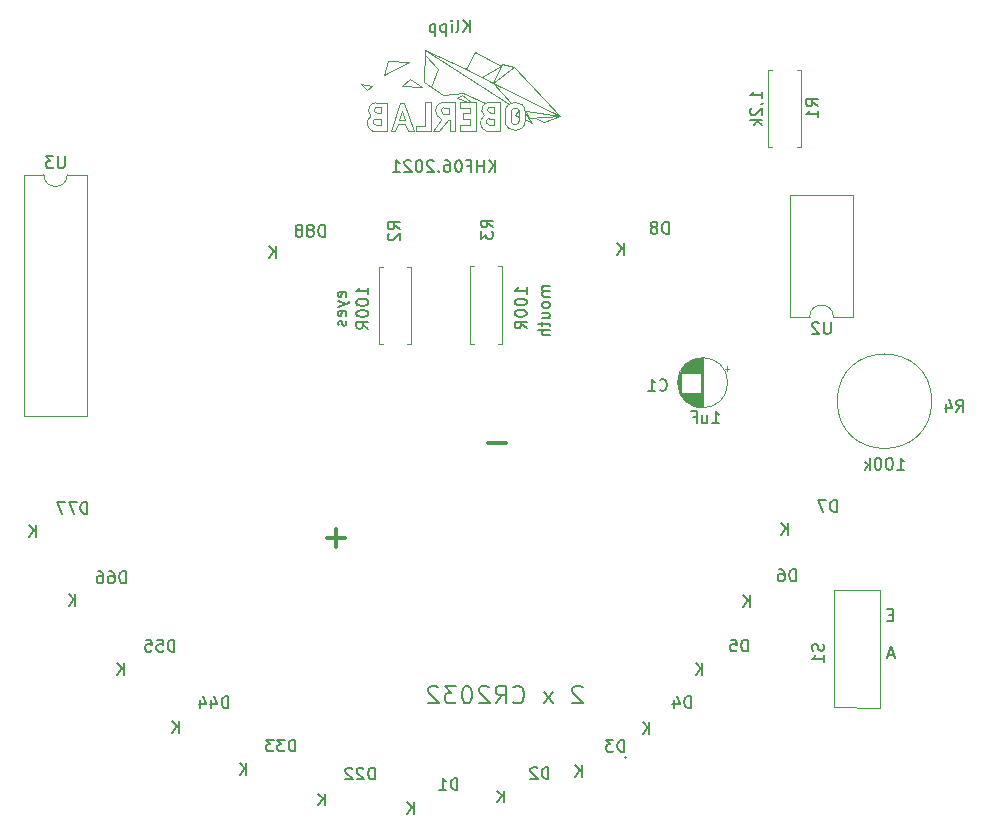
<source format=gbr>
%TF.GenerationSoftware,KiCad,Pcbnew,(5.1.9)-1*%
%TF.CreationDate,2021-05-28T20:42:47+02:00*%
%TF.ProjectId,Smiley2,536d696c-6579-4322-9e6b-696361645f70,rev?*%
%TF.SameCoordinates,Original*%
%TF.FileFunction,Legend,Bot*%
%TF.FilePolarity,Positive*%
%FSLAX46Y46*%
G04 Gerber Fmt 4.6, Leading zero omitted, Abs format (unit mm)*
G04 Created by KiCad (PCBNEW (5.1.9)-1) date 2021-05-28 20:42:47*
%MOMM*%
%LPD*%
G01*
G04 APERTURE LIST*
%ADD10C,0.150000*%
%ADD11C,0.300000*%
%ADD12C,0.200000*%
%ADD13C,0.120000*%
%ADD14C,0.050000*%
%ADD15C,0.010000*%
G04 APERTURE END LIST*
D10*
X149324961Y-78922690D02*
X149372580Y-78827452D01*
X149372580Y-78636976D01*
X149324961Y-78541738D01*
X149229723Y-78494119D01*
X148848771Y-78494119D01*
X148753533Y-78541738D01*
X148705914Y-78636976D01*
X148705914Y-78827452D01*
X148753533Y-78922690D01*
X148848771Y-78970309D01*
X148944009Y-78970309D01*
X149039247Y-78494119D01*
X148705914Y-79303642D02*
X149372580Y-79541738D01*
X148705914Y-79779833D02*
X149372580Y-79541738D01*
X149610676Y-79446500D01*
X149658295Y-79398880D01*
X149705914Y-79303642D01*
X149324961Y-80541738D02*
X149372580Y-80446500D01*
X149372580Y-80256023D01*
X149324961Y-80160785D01*
X149229723Y-80113166D01*
X148848771Y-80113166D01*
X148753533Y-80160785D01*
X148705914Y-80256023D01*
X148705914Y-80446500D01*
X148753533Y-80541738D01*
X148848771Y-80589357D01*
X148944009Y-80589357D01*
X149039247Y-80113166D01*
X149324961Y-80970309D02*
X149372580Y-81065547D01*
X149372580Y-81256023D01*
X149324961Y-81351261D01*
X149229723Y-81398880D01*
X149182104Y-81398880D01*
X149086866Y-81351261D01*
X149039247Y-81256023D01*
X149039247Y-81113166D01*
X148991628Y-81017928D01*
X148896390Y-80970309D01*
X148848771Y-80970309D01*
X148753533Y-81017928D01*
X148705914Y-81113166D01*
X148705914Y-81256023D01*
X148753533Y-81351261D01*
X166631880Y-78052871D02*
X165965214Y-78052871D01*
X166060452Y-78052871D02*
X166012833Y-78100490D01*
X165965214Y-78195728D01*
X165965214Y-78338585D01*
X166012833Y-78433823D01*
X166108071Y-78481442D01*
X166631880Y-78481442D01*
X166108071Y-78481442D02*
X166012833Y-78529061D01*
X165965214Y-78624300D01*
X165965214Y-78767157D01*
X166012833Y-78862395D01*
X166108071Y-78910014D01*
X166631880Y-78910014D01*
X166631880Y-79529061D02*
X166584261Y-79433823D01*
X166536642Y-79386204D01*
X166441404Y-79338585D01*
X166155690Y-79338585D01*
X166060452Y-79386204D01*
X166012833Y-79433823D01*
X165965214Y-79529061D01*
X165965214Y-79671919D01*
X166012833Y-79767157D01*
X166060452Y-79814776D01*
X166155690Y-79862395D01*
X166441404Y-79862395D01*
X166536642Y-79814776D01*
X166584261Y-79767157D01*
X166631880Y-79671919D01*
X166631880Y-79529061D01*
X165965214Y-80719538D02*
X166631880Y-80719538D01*
X165965214Y-80290966D02*
X166489023Y-80290966D01*
X166584261Y-80338585D01*
X166631880Y-80433823D01*
X166631880Y-80576680D01*
X166584261Y-80671919D01*
X166536642Y-80719538D01*
X165965214Y-81052871D02*
X165965214Y-81433823D01*
X165631880Y-81195728D02*
X166489023Y-81195728D01*
X166584261Y-81243347D01*
X166631880Y-81338585D01*
X166631880Y-81433823D01*
X166631880Y-81767157D02*
X165631880Y-81767157D01*
X166631880Y-82195728D02*
X166108071Y-82195728D01*
X166012833Y-82148109D01*
X165965214Y-82052871D01*
X165965214Y-81910014D01*
X166012833Y-81814776D01*
X166060452Y-81767157D01*
X195679985Y-105859271D02*
X195346652Y-105859271D01*
X195203795Y-106383080D02*
X195679985Y-106383080D01*
X195679985Y-105383080D01*
X195203795Y-105383080D01*
X195291104Y-109246966D02*
X195767295Y-109246966D01*
X195195866Y-109532680D02*
X195529200Y-108532680D01*
X195862533Y-109532680D01*
X201042566Y-88653880D02*
X201375900Y-88177690D01*
X201613995Y-88653880D02*
X201613995Y-87653880D01*
X201233042Y-87653880D01*
X201137804Y-87701500D01*
X201090185Y-87749119D01*
X201042566Y-87844357D01*
X201042566Y-87987214D01*
X201090185Y-88082452D01*
X201137804Y-88130071D01*
X201233042Y-88177690D01*
X201613995Y-88177690D01*
X200185423Y-87987214D02*
X200185423Y-88653880D01*
X200423519Y-87606261D02*
X200661614Y-88320547D01*
X200042566Y-88320547D01*
D11*
X162915504Y-91354257D02*
X161391695Y-91354257D01*
X149250304Y-99342557D02*
X147726495Y-99342557D01*
X148488400Y-100104461D02*
X148488400Y-98580652D01*
D12*
X169387814Y-112008528D02*
X169316385Y-111937100D01*
X169173528Y-111865671D01*
X168816385Y-111865671D01*
X168673528Y-111937100D01*
X168602100Y-112008528D01*
X168530671Y-112151385D01*
X168530671Y-112294242D01*
X168602100Y-112508528D01*
X169459242Y-113365671D01*
X168530671Y-113365671D01*
X166887814Y-113365671D02*
X166102100Y-112365671D01*
X166887814Y-112365671D02*
X166102100Y-113365671D01*
X163530671Y-113222814D02*
X163602100Y-113294242D01*
X163816385Y-113365671D01*
X163959242Y-113365671D01*
X164173528Y-113294242D01*
X164316385Y-113151385D01*
X164387814Y-113008528D01*
X164459242Y-112722814D01*
X164459242Y-112508528D01*
X164387814Y-112222814D01*
X164316385Y-112079957D01*
X164173528Y-111937100D01*
X163959242Y-111865671D01*
X163816385Y-111865671D01*
X163602100Y-111937100D01*
X163530671Y-112008528D01*
X162030671Y-113365671D02*
X162530671Y-112651385D01*
X162887814Y-113365671D02*
X162887814Y-111865671D01*
X162316385Y-111865671D01*
X162173528Y-111937100D01*
X162102100Y-112008528D01*
X162030671Y-112151385D01*
X162030671Y-112365671D01*
X162102100Y-112508528D01*
X162173528Y-112579957D01*
X162316385Y-112651385D01*
X162887814Y-112651385D01*
X161459242Y-112008528D02*
X161387814Y-111937100D01*
X161244957Y-111865671D01*
X160887814Y-111865671D01*
X160744957Y-111937100D01*
X160673528Y-112008528D01*
X160602100Y-112151385D01*
X160602100Y-112294242D01*
X160673528Y-112508528D01*
X161530671Y-113365671D01*
X160602100Y-113365671D01*
X159673528Y-111865671D02*
X159530671Y-111865671D01*
X159387814Y-111937100D01*
X159316385Y-112008528D01*
X159244957Y-112151385D01*
X159173528Y-112437100D01*
X159173528Y-112794242D01*
X159244957Y-113079957D01*
X159316385Y-113222814D01*
X159387814Y-113294242D01*
X159530671Y-113365671D01*
X159673528Y-113365671D01*
X159816385Y-113294242D01*
X159887814Y-113222814D01*
X159959242Y-113079957D01*
X160030671Y-112794242D01*
X160030671Y-112437100D01*
X159959242Y-112151385D01*
X159887814Y-112008528D01*
X159816385Y-111937100D01*
X159673528Y-111865671D01*
X158673528Y-111865671D02*
X157744957Y-111865671D01*
X158244957Y-112437100D01*
X158030671Y-112437100D01*
X157887814Y-112508528D01*
X157816385Y-112579957D01*
X157744957Y-112722814D01*
X157744957Y-113079957D01*
X157816385Y-113222814D01*
X157887814Y-113294242D01*
X158030671Y-113365671D01*
X158459242Y-113365671D01*
X158602100Y-113294242D01*
X158673528Y-113222814D01*
X157173528Y-112008528D02*
X157102100Y-111937100D01*
X156959242Y-111865671D01*
X156602100Y-111865671D01*
X156459242Y-111937100D01*
X156387814Y-112008528D01*
X156316385Y-112151385D01*
X156316385Y-112294242D01*
X156387814Y-112508528D01*
X157244957Y-113365671D01*
X156316385Y-113365671D01*
D10*
X172880504Y-75381480D02*
X172880504Y-74381480D01*
X172309076Y-75381480D02*
X172737647Y-74810052D01*
X172309076Y-74381480D02*
X172880504Y-74952909D01*
X143416304Y-75631480D02*
X143416304Y-74631480D01*
X142844876Y-75631480D02*
X143273447Y-75060052D01*
X142844876Y-74631480D02*
X143416304Y-75202909D01*
X123130504Y-99241480D02*
X123130504Y-98241480D01*
X122559076Y-99241480D02*
X122987647Y-98670052D01*
X122559076Y-98241480D02*
X123130504Y-98812909D01*
X126440504Y-105121480D02*
X126440504Y-104121480D01*
X125869076Y-105121480D02*
X126297647Y-104550052D01*
X125869076Y-104121480D02*
X126440504Y-104692909D01*
X130530504Y-110971480D02*
X130530504Y-109971480D01*
X129959076Y-110971480D02*
X130387647Y-110400052D01*
X129959076Y-109971480D02*
X130530504Y-110542909D01*
X135220504Y-115881480D02*
X135220504Y-114881480D01*
X134649076Y-115881480D02*
X135077647Y-115310052D01*
X134649076Y-114881480D02*
X135220504Y-115452909D01*
X140920504Y-119401480D02*
X140920504Y-118401480D01*
X140349076Y-119401480D02*
X140777647Y-118830052D01*
X140349076Y-118401480D02*
X140920504Y-118972909D01*
X147570504Y-121991480D02*
X147570504Y-120991480D01*
X146999076Y-121991480D02*
X147427647Y-121420052D01*
X146999076Y-120991480D02*
X147570504Y-121562909D01*
X155080504Y-122741480D02*
X155080504Y-121741480D01*
X154509076Y-122741480D02*
X154937647Y-122170052D01*
X154509076Y-121741480D02*
X155080504Y-122312909D01*
X162740504Y-121741480D02*
X162740504Y-120741480D01*
X162169076Y-121741480D02*
X162597647Y-121170052D01*
X162169076Y-120741480D02*
X162740504Y-121312909D01*
X169320504Y-119601480D02*
X169320504Y-118601480D01*
X168749076Y-119601480D02*
X169177647Y-119030052D01*
X168749076Y-118601480D02*
X169320504Y-119172909D01*
X175040504Y-115921480D02*
X175040504Y-114921480D01*
X174469076Y-115921480D02*
X174897647Y-115350052D01*
X174469076Y-114921480D02*
X175040504Y-115492909D01*
X179530504Y-110951480D02*
X179530504Y-109951480D01*
X178959076Y-110951480D02*
X179387647Y-110380052D01*
X178959076Y-109951480D02*
X179530504Y-110522909D01*
X183550504Y-105161480D02*
X183550504Y-104161480D01*
X182979076Y-105161480D02*
X183407647Y-104590052D01*
X182979076Y-104161480D02*
X183550504Y-104732909D01*
X186780504Y-99071480D02*
X186780504Y-98071480D01*
X186209076Y-99071480D02*
X186637647Y-98500052D01*
X186209076Y-98071480D02*
X186780504Y-98642909D01*
X162018123Y-68361480D02*
X162018123Y-67361480D01*
X161446695Y-68361480D02*
X161875266Y-67790052D01*
X161446695Y-67361480D02*
X162018123Y-67932909D01*
X161018123Y-68361480D02*
X161018123Y-67361480D01*
X161018123Y-67837671D02*
X160446695Y-67837671D01*
X160446695Y-68361480D02*
X160446695Y-67361480D01*
X159637171Y-67837671D02*
X159970504Y-67837671D01*
X159970504Y-68361480D02*
X159970504Y-67361480D01*
X159494314Y-67361480D01*
X158922885Y-67361480D02*
X158827647Y-67361480D01*
X158732409Y-67409100D01*
X158684790Y-67456719D01*
X158637171Y-67551957D01*
X158589552Y-67742433D01*
X158589552Y-67980528D01*
X158637171Y-68171004D01*
X158684790Y-68266242D01*
X158732409Y-68313861D01*
X158827647Y-68361480D01*
X158922885Y-68361480D01*
X159018123Y-68313861D01*
X159065742Y-68266242D01*
X159113361Y-68171004D01*
X159160980Y-67980528D01*
X159160980Y-67742433D01*
X159113361Y-67551957D01*
X159065742Y-67456719D01*
X159018123Y-67409100D01*
X158922885Y-67361480D01*
X157732409Y-67361480D02*
X157922885Y-67361480D01*
X158018123Y-67409100D01*
X158065742Y-67456719D01*
X158160980Y-67599576D01*
X158208600Y-67790052D01*
X158208600Y-68171004D01*
X158160980Y-68266242D01*
X158113361Y-68313861D01*
X158018123Y-68361480D01*
X157827647Y-68361480D01*
X157732409Y-68313861D01*
X157684790Y-68266242D01*
X157637171Y-68171004D01*
X157637171Y-67932909D01*
X157684790Y-67837671D01*
X157732409Y-67790052D01*
X157827647Y-67742433D01*
X158018123Y-67742433D01*
X158113361Y-67790052D01*
X158160980Y-67837671D01*
X158208600Y-67932909D01*
X157208600Y-68266242D02*
X157160980Y-68313861D01*
X157208600Y-68361480D01*
X157256219Y-68313861D01*
X157208600Y-68266242D01*
X157208600Y-68361480D01*
X156780028Y-67456719D02*
X156732409Y-67409100D01*
X156637171Y-67361480D01*
X156399076Y-67361480D01*
X156303838Y-67409100D01*
X156256219Y-67456719D01*
X156208600Y-67551957D01*
X156208600Y-67647195D01*
X156256219Y-67790052D01*
X156827647Y-68361480D01*
X156208600Y-68361480D01*
X155589552Y-67361480D02*
X155494314Y-67361480D01*
X155399076Y-67409100D01*
X155351457Y-67456719D01*
X155303838Y-67551957D01*
X155256219Y-67742433D01*
X155256219Y-67980528D01*
X155303838Y-68171004D01*
X155351457Y-68266242D01*
X155399076Y-68313861D01*
X155494314Y-68361480D01*
X155589552Y-68361480D01*
X155684790Y-68313861D01*
X155732409Y-68266242D01*
X155780028Y-68171004D01*
X155827647Y-67980528D01*
X155827647Y-67742433D01*
X155780028Y-67551957D01*
X155732409Y-67456719D01*
X155684790Y-67409100D01*
X155589552Y-67361480D01*
X154875266Y-67456719D02*
X154827647Y-67409100D01*
X154732409Y-67361480D01*
X154494314Y-67361480D01*
X154399076Y-67409100D01*
X154351457Y-67456719D01*
X154303838Y-67551957D01*
X154303838Y-67647195D01*
X154351457Y-67790052D01*
X154922885Y-68361480D01*
X154303838Y-68361480D01*
X153351457Y-68361480D02*
X153922885Y-68361480D01*
X153637171Y-68361480D02*
X153637171Y-67361480D01*
X153732409Y-67504338D01*
X153827647Y-67599576D01*
X153922885Y-67647195D01*
X196029128Y-93568780D02*
X196600557Y-93568780D01*
X196314842Y-93568780D02*
X196314842Y-92568780D01*
X196410080Y-92711638D01*
X196505319Y-92806876D01*
X196600557Y-92854495D01*
X195410080Y-92568780D02*
X195314842Y-92568780D01*
X195219604Y-92616400D01*
X195171985Y-92664019D01*
X195124366Y-92759257D01*
X195076747Y-92949733D01*
X195076747Y-93187828D01*
X195124366Y-93378304D01*
X195171985Y-93473542D01*
X195219604Y-93521161D01*
X195314842Y-93568780D01*
X195410080Y-93568780D01*
X195505319Y-93521161D01*
X195552938Y-93473542D01*
X195600557Y-93378304D01*
X195648176Y-93187828D01*
X195648176Y-92949733D01*
X195600557Y-92759257D01*
X195552938Y-92664019D01*
X195505319Y-92616400D01*
X195410080Y-92568780D01*
X194457700Y-92568780D02*
X194362461Y-92568780D01*
X194267223Y-92616400D01*
X194219604Y-92664019D01*
X194171985Y-92759257D01*
X194124366Y-92949733D01*
X194124366Y-93187828D01*
X194171985Y-93378304D01*
X194219604Y-93473542D01*
X194267223Y-93521161D01*
X194362461Y-93568780D01*
X194457700Y-93568780D01*
X194552938Y-93521161D01*
X194600557Y-93473542D01*
X194648176Y-93378304D01*
X194695795Y-93187828D01*
X194695795Y-92949733D01*
X194648176Y-92759257D01*
X194600557Y-92664019D01*
X194552938Y-92616400D01*
X194457700Y-92568780D01*
X193695795Y-93568780D02*
X193695795Y-92568780D01*
X193600557Y-93187828D02*
X193314842Y-93568780D01*
X193314842Y-92902114D02*
X193695795Y-93283066D01*
D13*
%TO.C,REF\u002A\u002A*%
X198957700Y-87774700D02*
G75*
G03*
X198957700Y-87774700I-4000000J0D01*
G01*
D14*
%TO.C,G\u002A\u002A\u002A*%
X160268600Y-58234100D02*
X162468600Y-59409100D01*
X162468600Y-59409100D02*
X160893600Y-60309100D01*
X167493600Y-63659100D02*
X166168600Y-64134100D01*
X164593600Y-63184100D02*
X164818600Y-63809100D01*
X164818600Y-63809100D02*
X167493600Y-63659100D01*
X159268600Y-61659100D02*
X161093600Y-62559100D01*
X157593600Y-61884100D02*
X159268600Y-61659100D01*
X155968600Y-60759100D02*
X157593600Y-61884100D01*
X167493600Y-63659100D02*
X163593600Y-59484100D01*
X167493600Y-63659100D02*
X164593600Y-63184100D01*
D13*
X157643600Y-62909100D02*
X158093600Y-62909100D01*
D14*
X159143600Y-61834100D02*
X158743600Y-62109100D01*
X159918600Y-62434100D02*
X159143600Y-61834100D01*
D13*
X158593600Y-62459100D02*
X158593600Y-64909100D01*
X161893600Y-64359100D02*
X161443600Y-64359100D01*
X162393600Y-62459100D02*
X162443600Y-64909100D01*
D14*
X163593600Y-59484100D02*
X162568600Y-59234100D01*
X151168600Y-61384100D02*
X151593600Y-61059100D01*
D13*
X161893600Y-63859100D02*
X161893600Y-64359100D01*
D14*
X150593600Y-60909100D02*
X151168600Y-61384100D01*
D13*
X157243600Y-64909100D02*
X156843600Y-64909100D01*
X159043600Y-64909100D02*
X159043600Y-64409100D01*
X158143600Y-63959100D02*
X157993600Y-63959100D01*
X158593600Y-64909100D02*
X158143600Y-64909100D01*
D14*
X159518600Y-59659100D02*
X156043600Y-58034100D01*
X154818600Y-60534100D02*
X154118600Y-61109100D01*
X159518600Y-59659100D02*
X161843600Y-60809100D01*
X156043600Y-58034100D02*
X155968600Y-60759100D01*
D13*
X152318600Y-64384100D02*
X151868600Y-64384100D01*
X156743600Y-64909100D02*
X157443600Y-63959100D01*
X158093600Y-62909100D02*
X158093600Y-63459100D01*
X152318600Y-63384100D02*
X152018600Y-63384100D01*
D14*
X152893600Y-59009100D02*
X154693600Y-59059100D01*
X163668600Y-63559100D02*
X164043600Y-63734100D01*
X163143600Y-62634100D02*
X156043600Y-58034100D01*
X154693600Y-59059100D02*
X152543600Y-60184100D01*
X165093600Y-64184100D02*
X164518600Y-63384100D01*
X154118600Y-61109100D02*
X155793600Y-61209100D01*
D13*
X152318600Y-62934100D02*
X152318600Y-63384100D01*
X161893600Y-62859100D02*
X161643600Y-62859100D01*
X158093600Y-63459100D02*
X157593600Y-63459100D01*
X159893600Y-64409100D02*
X159893600Y-63859100D01*
X159043600Y-64409100D02*
X159893600Y-64409100D01*
X163343600Y-63309100D02*
X163343600Y-63959100D01*
D14*
X158743600Y-62109100D02*
X159718600Y-62459100D01*
X163593600Y-59484100D02*
X161843600Y-60809100D01*
X163993600Y-63159100D02*
X163668600Y-63559100D01*
D13*
X161493600Y-62472705D02*
X162393600Y-62459100D01*
D14*
X164543600Y-63909100D02*
X165093600Y-64184100D01*
X151593600Y-61059100D02*
X150593600Y-60909100D01*
D13*
X152318600Y-62884100D02*
X152068600Y-62884100D01*
X161893599Y-63854150D02*
X161493599Y-63854150D01*
X151918600Y-62497705D02*
X152818600Y-62484100D01*
D14*
X161843600Y-60809100D02*
X167493600Y-63659100D01*
D13*
X154093600Y-63184100D02*
X154368600Y-63934100D01*
X153868600Y-63934100D02*
X154093600Y-63184100D01*
X160293600Y-64909100D02*
X159043600Y-64909100D01*
X157484869Y-62453694D02*
X158593600Y-62459100D01*
X152318599Y-63879150D02*
X151918599Y-63879150D01*
X152318600Y-63884100D02*
X152318600Y-64384100D01*
X152868600Y-64934100D02*
X151668600Y-64934100D01*
D14*
X166168600Y-64134100D02*
X165343600Y-63784100D01*
D13*
X162443600Y-64909100D02*
X161243600Y-64909100D01*
X164043600Y-63309100D02*
X164043600Y-64009100D01*
D14*
X157143600Y-59659100D02*
X156568600Y-61159100D01*
X156018600Y-58434100D02*
X157143600Y-59659100D01*
X155818600Y-61209100D02*
X154818600Y-60534100D01*
D13*
X152818600Y-62484100D02*
X152868600Y-64934100D01*
D14*
X160268600Y-58234100D02*
X159518600Y-59659100D01*
X162568600Y-59234100D02*
X161843600Y-60809100D01*
X152543600Y-60184100D02*
X152893600Y-59009100D01*
D13*
X158143600Y-64909100D02*
X158143600Y-63959100D01*
X156843600Y-64909100D02*
X156743600Y-64909100D01*
X157993600Y-63959100D02*
X157243600Y-64909100D01*
X155318600Y-64459100D02*
X155318600Y-64909100D01*
X153793600Y-64334100D02*
X153543600Y-64934100D01*
X154643600Y-64934100D02*
X154393600Y-64334100D01*
X159893600Y-62959100D02*
X159043600Y-62959100D01*
X161893600Y-63359100D02*
X161593600Y-63359100D01*
X154368600Y-63934100D02*
X153868600Y-63934100D01*
X159043600Y-62459100D02*
X160343600Y-62459100D01*
X154243600Y-62484100D02*
X155143600Y-64934100D01*
X159893600Y-63859100D02*
X159243600Y-63859100D01*
X159043600Y-62959100D02*
X159043600Y-62459100D01*
X154643600Y-64934100D02*
X155143600Y-64934100D01*
D14*
X161843600Y-60809100D02*
X163318600Y-62534100D01*
D13*
X156093600Y-62459100D02*
X156068600Y-64459100D01*
X156568600Y-64909100D02*
X156543600Y-62459100D01*
X159243600Y-63859100D02*
X159243600Y-63409100D01*
X153543600Y-64934100D02*
X153143600Y-64934100D01*
X153918600Y-62484100D02*
X154243600Y-62484100D01*
X159243600Y-63409100D02*
X159893600Y-63409100D01*
X161893600Y-62909100D02*
X161893600Y-63359100D01*
X159893600Y-63409100D02*
X159893600Y-62959100D01*
X153143600Y-64934100D02*
X153918600Y-62484100D01*
X160393600Y-64909100D02*
X160293600Y-64909100D01*
X160343600Y-62459100D02*
X160393600Y-64909100D01*
X162843600Y-63309100D02*
X162843600Y-64009100D01*
X164543600Y-64009100D02*
X164543600Y-63309100D01*
X156543600Y-62459100D02*
X156093600Y-62459100D01*
D15*
G36*
X172913323Y-117904326D02*
G01*
X172977142Y-117968145D01*
X173040961Y-117904326D01*
X172977142Y-117840507D01*
X172913323Y-117904326D01*
G37*
X172913323Y-117904326D02*
X172977142Y-117968145D01*
X173040961Y-117904326D01*
X172977142Y-117840507D01*
X172913323Y-117904326D01*
D13*
X155318600Y-64909100D02*
X156568600Y-64909100D01*
X156068600Y-64459100D02*
X155318600Y-64459100D01*
X154393600Y-64334100D02*
X153793600Y-64334100D01*
X157484869Y-62453694D02*
G75*
G03*
X157468601Y-63909099I233731J-730406D01*
G01*
X162843600Y-64009100D02*
G75*
G03*
X164543600Y-64009100I850000J0D01*
G01*
X151492344Y-63625164D02*
G75*
G03*
X151668601Y-64934099I426256J-608936D01*
G01*
X157593600Y-62909101D02*
G75*
G03*
X157593601Y-63459099I125000J-274999D01*
G01*
X163343600Y-64009100D02*
G75*
G03*
X164043600Y-64009100I350000J0D01*
G01*
X164043600Y-63309100D02*
G75*
G03*
X163343600Y-63309100I-350000J0D01*
G01*
X151918599Y-63879150D02*
G75*
G03*
X151868601Y-64384099I1J-254950D01*
G01*
X152079234Y-62891564D02*
G75*
G03*
X152018600Y-63384100I-60634J-242536D01*
G01*
X161067344Y-63600164D02*
G75*
G03*
X161243601Y-64909099I426256J-608936D01*
G01*
X151918600Y-62497705D02*
G75*
G03*
X151468601Y-63584099I0J-636395D01*
G01*
X161493599Y-63854150D02*
G75*
G03*
X161443601Y-64359099I1J-254950D01*
G01*
X164543600Y-63309100D02*
G75*
G03*
X162843600Y-63309100I-850000J0D01*
G01*
X161493600Y-62472705D02*
G75*
G03*
X161043601Y-63559099I0J-636395D01*
G01*
X161654234Y-62866564D02*
G75*
G03*
X161593600Y-63359100I-60634J-242536D01*
G01*
%TO.C,C1*%
X181625701Y-84812600D02*
X181625701Y-85212600D01*
X181825701Y-85012600D02*
X181425701Y-85012600D01*
X177474900Y-85837600D02*
X177474900Y-86577600D01*
X177514900Y-85670600D02*
X177514900Y-86744600D01*
X177554900Y-85543600D02*
X177554900Y-86871600D01*
X177594900Y-85439600D02*
X177594900Y-86975600D01*
X177634900Y-85348600D02*
X177634900Y-87066600D01*
X177674900Y-85267600D02*
X177674900Y-87147600D01*
X177714900Y-85194600D02*
X177714900Y-87220600D01*
X177754900Y-87047600D02*
X177754900Y-87287600D01*
X177754900Y-85127600D02*
X177754900Y-85367600D01*
X177794900Y-87047600D02*
X177794900Y-87349600D01*
X177794900Y-85065600D02*
X177794900Y-85367600D01*
X177834900Y-87047600D02*
X177834900Y-87407600D01*
X177834900Y-85007600D02*
X177834900Y-85367600D01*
X177874900Y-87047600D02*
X177874900Y-87461600D01*
X177874900Y-84953600D02*
X177874900Y-85367600D01*
X177914900Y-87047600D02*
X177914900Y-87511600D01*
X177914900Y-84903600D02*
X177914900Y-85367600D01*
X177954900Y-87047600D02*
X177954900Y-87558600D01*
X177954900Y-84856600D02*
X177954900Y-85367600D01*
X177994900Y-87047600D02*
X177994900Y-87603600D01*
X177994900Y-84811600D02*
X177994900Y-85367600D01*
X178034900Y-87047600D02*
X178034900Y-87645600D01*
X178034900Y-84769600D02*
X178034900Y-85367600D01*
X178074900Y-87047600D02*
X178074900Y-87685600D01*
X178074900Y-84729600D02*
X178074900Y-85367600D01*
X178114900Y-87047600D02*
X178114900Y-87723600D01*
X178114900Y-84691600D02*
X178114900Y-85367600D01*
X178154900Y-87047600D02*
X178154900Y-87759600D01*
X178154900Y-84655600D02*
X178154900Y-85367600D01*
X178194900Y-87047600D02*
X178194900Y-87794600D01*
X178194900Y-84620600D02*
X178194900Y-85367600D01*
X178234900Y-87047600D02*
X178234900Y-87826600D01*
X178234900Y-84588600D02*
X178234900Y-85367600D01*
X178274900Y-87047600D02*
X178274900Y-87857600D01*
X178274900Y-84557600D02*
X178274900Y-85367600D01*
X178314900Y-87047600D02*
X178314900Y-87887600D01*
X178314900Y-84527600D02*
X178314900Y-85367600D01*
X178354900Y-87047600D02*
X178354900Y-87915600D01*
X178354900Y-84499600D02*
X178354900Y-85367600D01*
X178394900Y-87047600D02*
X178394900Y-87942600D01*
X178394900Y-84472600D02*
X178394900Y-85367600D01*
X178434900Y-87047600D02*
X178434900Y-87967600D01*
X178434900Y-84447600D02*
X178434900Y-85367600D01*
X178474900Y-87047600D02*
X178474900Y-87992600D01*
X178474900Y-84422600D02*
X178474900Y-85367600D01*
X178514900Y-87047600D02*
X178514900Y-88015600D01*
X178514900Y-84399600D02*
X178514900Y-85367600D01*
X178554900Y-87047600D02*
X178554900Y-88037600D01*
X178554900Y-84377600D02*
X178554900Y-85367600D01*
X178594900Y-87047600D02*
X178594900Y-88058600D01*
X178594900Y-84356600D02*
X178594900Y-85367600D01*
X178634900Y-87047600D02*
X178634900Y-88077600D01*
X178634900Y-84337600D02*
X178634900Y-85367600D01*
X178674900Y-87047600D02*
X178674900Y-88096600D01*
X178674900Y-84318600D02*
X178674900Y-85367600D01*
X178714900Y-87047600D02*
X178714900Y-88114600D01*
X178714900Y-84300600D02*
X178714900Y-85367600D01*
X178754900Y-87047600D02*
X178754900Y-88131600D01*
X178754900Y-84283600D02*
X178754900Y-85367600D01*
X178794900Y-87047600D02*
X178794900Y-88147600D01*
X178794900Y-84267600D02*
X178794900Y-85367600D01*
X178834900Y-87047600D02*
X178834900Y-88161600D01*
X178834900Y-84253600D02*
X178834900Y-85367600D01*
X178875900Y-87047600D02*
X178875900Y-88175600D01*
X178875900Y-84239600D02*
X178875900Y-85367600D01*
X178915900Y-87047600D02*
X178915900Y-88189600D01*
X178915900Y-84225600D02*
X178915900Y-85367600D01*
X178955900Y-87047600D02*
X178955900Y-88201600D01*
X178955900Y-84213600D02*
X178955900Y-85367600D01*
X178995900Y-87047600D02*
X178995900Y-88212600D01*
X178995900Y-84202600D02*
X178995900Y-85367600D01*
X179035900Y-87047600D02*
X179035900Y-88223600D01*
X179035900Y-84191600D02*
X179035900Y-85367600D01*
X179075900Y-87047600D02*
X179075900Y-88232600D01*
X179075900Y-84182600D02*
X179075900Y-85367600D01*
X179115900Y-87047600D02*
X179115900Y-88241600D01*
X179115900Y-84173600D02*
X179115900Y-85367600D01*
X179155900Y-87047600D02*
X179155900Y-88249600D01*
X179155900Y-84165600D02*
X179155900Y-85367600D01*
X179195900Y-87047600D02*
X179195900Y-88257600D01*
X179195900Y-84157600D02*
X179195900Y-85367600D01*
X179235900Y-87047600D02*
X179235900Y-88263600D01*
X179235900Y-84151600D02*
X179235900Y-85367600D01*
X179275900Y-87047600D02*
X179275900Y-88269600D01*
X179275900Y-84145600D02*
X179275900Y-85367600D01*
X179315900Y-87047600D02*
X179315900Y-88274600D01*
X179315900Y-84140600D02*
X179315900Y-85367600D01*
X179355900Y-87047600D02*
X179355900Y-88278600D01*
X179355900Y-84136600D02*
X179355900Y-85367600D01*
X179395900Y-84133600D02*
X179395900Y-88281600D01*
X179435900Y-84130600D02*
X179435900Y-88284600D01*
X179475900Y-84128600D02*
X179475900Y-88286600D01*
X179515900Y-84127600D02*
X179515900Y-88287600D01*
X179555900Y-84127600D02*
X179555900Y-88287600D01*
X181675900Y-86207600D02*
G75*
G03*
X181675900Y-86207600I-2120000J0D01*
G01*
%TO.C,R1*%
X187526800Y-66236600D02*
X187856800Y-66236600D01*
X187856800Y-66236600D02*
X187856800Y-59696600D01*
X187856800Y-59696600D02*
X187526800Y-59696600D01*
X185446800Y-66236600D02*
X185116800Y-66236600D01*
X185116800Y-66236600D02*
X185116800Y-59696600D01*
X185116800Y-59696600D02*
X185446800Y-59696600D01*
%TO.C,R2*%
X152468600Y-76399100D02*
X152138600Y-76399100D01*
X152138600Y-76399100D02*
X152138600Y-82939100D01*
X152138600Y-82939100D02*
X152468600Y-82939100D01*
X154548600Y-76399100D02*
X154878600Y-76399100D01*
X154878600Y-76399100D02*
X154878600Y-82939100D01*
X154878600Y-82939100D02*
X154548600Y-82939100D01*
%TO.C,R3*%
X159849600Y-76366600D02*
X160179600Y-76366600D01*
X159849600Y-82906600D02*
X159849600Y-76366600D01*
X160179600Y-82906600D02*
X159849600Y-82906600D01*
X162589600Y-76366600D02*
X162259600Y-76366600D01*
X162589600Y-82906600D02*
X162589600Y-76366600D01*
X162259600Y-82906600D02*
X162589600Y-82906600D01*
%TO.C,S1*%
X194595200Y-113686700D02*
X194595200Y-103729900D01*
X194595200Y-103729900D02*
X190658200Y-103729900D01*
X190658200Y-103729900D02*
X190658200Y-113686700D01*
X190658200Y-113686700D02*
X194595200Y-113712100D01*
%TO.C,U2*%
X192273700Y-80628800D02*
X190623700Y-80628800D01*
X192273700Y-70348800D02*
X192273700Y-80628800D01*
X186973700Y-70348800D02*
X192273700Y-70348800D01*
X186973700Y-80628800D02*
X186973700Y-70348800D01*
X188623700Y-80628800D02*
X186973700Y-80628800D01*
X190623700Y-80628800D02*
G75*
G03*
X188623700Y-80628800I-1000000J0D01*
G01*
%TO.C,U3*%
X122120600Y-68591100D02*
X123770600Y-68591100D01*
X122120600Y-89031100D02*
X122120600Y-68591100D01*
X127420600Y-89031100D02*
X122120600Y-89031100D01*
X127420600Y-68591100D02*
X127420600Y-89031100D01*
X125770600Y-68591100D02*
X127420600Y-68591100D01*
X123770600Y-68591100D02*
G75*
G03*
X125770600Y-68591100I1000000J0D01*
G01*
%TO.C,LP*%
D10*
X159832466Y-56522880D02*
X159832466Y-55522880D01*
X159261038Y-56522880D02*
X159689609Y-55951452D01*
X159261038Y-55522880D02*
X159832466Y-56094309D01*
X158689609Y-56522880D02*
X158784847Y-56475261D01*
X158832466Y-56380023D01*
X158832466Y-55522880D01*
X158308657Y-56522880D02*
X158308657Y-55856214D01*
X158308657Y-55522880D02*
X158356276Y-55570500D01*
X158308657Y-55618119D01*
X158261038Y-55570500D01*
X158308657Y-55522880D01*
X158308657Y-55618119D01*
X157832466Y-55856214D02*
X157832466Y-56856214D01*
X157832466Y-55903833D02*
X157737228Y-55856214D01*
X157546752Y-55856214D01*
X157451514Y-55903833D01*
X157403895Y-55951452D01*
X157356276Y-56046690D01*
X157356276Y-56332404D01*
X157403895Y-56427642D01*
X157451514Y-56475261D01*
X157546752Y-56522880D01*
X157737228Y-56522880D01*
X157832466Y-56475261D01*
X156927704Y-55856214D02*
X156927704Y-56856214D01*
X156927704Y-55903833D02*
X156832466Y-55856214D01*
X156641990Y-55856214D01*
X156546752Y-55903833D01*
X156499133Y-55951452D01*
X156451514Y-56046690D01*
X156451514Y-56332404D01*
X156499133Y-56427642D01*
X156546752Y-56475261D01*
X156641990Y-56522880D01*
X156832466Y-56522880D01*
X156927704Y-56475261D01*
%TO.C,C1*%
X175921966Y-86793342D02*
X175969585Y-86840961D01*
X176112442Y-86888580D01*
X176207680Y-86888580D01*
X176350538Y-86840961D01*
X176445776Y-86745723D01*
X176493395Y-86650485D01*
X176541014Y-86460009D01*
X176541014Y-86317152D01*
X176493395Y-86126676D01*
X176445776Y-86031438D01*
X176350538Y-85936200D01*
X176207680Y-85888580D01*
X176112442Y-85888580D01*
X175969585Y-85936200D01*
X175921966Y-85983819D01*
X174969585Y-86888580D02*
X175541014Y-86888580D01*
X175255300Y-86888580D02*
X175255300Y-85888580D01*
X175350538Y-86031438D01*
X175445776Y-86126676D01*
X175541014Y-86174295D01*
X180389138Y-89644480D02*
X180960566Y-89644480D01*
X180674852Y-89644480D02*
X180674852Y-88644480D01*
X180770090Y-88787338D01*
X180865328Y-88882576D01*
X180960566Y-88930195D01*
X179531995Y-88977814D02*
X179531995Y-89644480D01*
X179960566Y-88977814D02*
X179960566Y-89501623D01*
X179912947Y-89596861D01*
X179817709Y-89644480D01*
X179674852Y-89644480D01*
X179579614Y-89596861D01*
X179531995Y-89549242D01*
X178722471Y-89120671D02*
X179055804Y-89120671D01*
X179055804Y-89644480D02*
X179055804Y-88644480D01*
X178579614Y-88644480D01*
%TO.C,D1*%
X158796695Y-120681480D02*
X158796695Y-119681480D01*
X158558600Y-119681480D01*
X158415742Y-119729100D01*
X158320504Y-119824338D01*
X158272885Y-119919576D01*
X158225266Y-120110052D01*
X158225266Y-120252909D01*
X158272885Y-120443385D01*
X158320504Y-120538623D01*
X158415742Y-120633861D01*
X158558600Y-120681480D01*
X158796695Y-120681480D01*
X157272885Y-120681480D02*
X157844314Y-120681480D01*
X157558600Y-120681480D02*
X157558600Y-119681480D01*
X157653838Y-119824338D01*
X157749076Y-119919576D01*
X157844314Y-119967195D01*
%TO.C,D2*%
X166506695Y-119761480D02*
X166506695Y-118761480D01*
X166268600Y-118761480D01*
X166125742Y-118809100D01*
X166030504Y-118904338D01*
X165982885Y-118999576D01*
X165935266Y-119190052D01*
X165935266Y-119332909D01*
X165982885Y-119523385D01*
X166030504Y-119618623D01*
X166125742Y-119713861D01*
X166268600Y-119761480D01*
X166506695Y-119761480D01*
X165554314Y-118856719D02*
X165506695Y-118809100D01*
X165411457Y-118761480D01*
X165173361Y-118761480D01*
X165078123Y-118809100D01*
X165030504Y-118856719D01*
X164982885Y-118951957D01*
X164982885Y-119047195D01*
X165030504Y-119190052D01*
X165601933Y-119761480D01*
X164982885Y-119761480D01*
%TO.C,D3*%
X172916695Y-117451480D02*
X172916695Y-116451480D01*
X172678600Y-116451480D01*
X172535742Y-116499100D01*
X172440504Y-116594338D01*
X172392885Y-116689576D01*
X172345266Y-116880052D01*
X172345266Y-117022909D01*
X172392885Y-117213385D01*
X172440504Y-117308623D01*
X172535742Y-117403861D01*
X172678600Y-117451480D01*
X172916695Y-117451480D01*
X172011933Y-116451480D02*
X171392885Y-116451480D01*
X171726219Y-116832433D01*
X171583361Y-116832433D01*
X171488123Y-116880052D01*
X171440504Y-116927671D01*
X171392885Y-117022909D01*
X171392885Y-117261004D01*
X171440504Y-117356242D01*
X171488123Y-117403861D01*
X171583361Y-117451480D01*
X171869076Y-117451480D01*
X171964314Y-117403861D01*
X172011933Y-117356242D01*
%TO.C,D4*%
X178556695Y-113741480D02*
X178556695Y-112741480D01*
X178318600Y-112741480D01*
X178175742Y-112789100D01*
X178080504Y-112884338D01*
X178032885Y-112979576D01*
X177985266Y-113170052D01*
X177985266Y-113312909D01*
X178032885Y-113503385D01*
X178080504Y-113598623D01*
X178175742Y-113693861D01*
X178318600Y-113741480D01*
X178556695Y-113741480D01*
X177128123Y-113074814D02*
X177128123Y-113741480D01*
X177366219Y-112693861D02*
X177604314Y-113408147D01*
X176985266Y-113408147D01*
%TO.C,D5*%
X183396695Y-108951480D02*
X183396695Y-107951480D01*
X183158600Y-107951480D01*
X183015742Y-107999100D01*
X182920504Y-108094338D01*
X182872885Y-108189576D01*
X182825266Y-108380052D01*
X182825266Y-108522909D01*
X182872885Y-108713385D01*
X182920504Y-108808623D01*
X183015742Y-108903861D01*
X183158600Y-108951480D01*
X183396695Y-108951480D01*
X181920504Y-107951480D02*
X182396695Y-107951480D01*
X182444314Y-108427671D01*
X182396695Y-108380052D01*
X182301457Y-108332433D01*
X182063361Y-108332433D01*
X181968123Y-108380052D01*
X181920504Y-108427671D01*
X181872885Y-108522909D01*
X181872885Y-108761004D01*
X181920504Y-108856242D01*
X181968123Y-108903861D01*
X182063361Y-108951480D01*
X182301457Y-108951480D01*
X182396695Y-108903861D01*
X182444314Y-108856242D01*
%TO.C,D6*%
X187446695Y-103011480D02*
X187446695Y-102011480D01*
X187208600Y-102011480D01*
X187065742Y-102059100D01*
X186970504Y-102154338D01*
X186922885Y-102249576D01*
X186875266Y-102440052D01*
X186875266Y-102582909D01*
X186922885Y-102773385D01*
X186970504Y-102868623D01*
X187065742Y-102963861D01*
X187208600Y-103011480D01*
X187446695Y-103011480D01*
X186018123Y-102011480D02*
X186208600Y-102011480D01*
X186303838Y-102059100D01*
X186351457Y-102106719D01*
X186446695Y-102249576D01*
X186494314Y-102440052D01*
X186494314Y-102821004D01*
X186446695Y-102916242D01*
X186399076Y-102963861D01*
X186303838Y-103011480D01*
X186113361Y-103011480D01*
X186018123Y-102963861D01*
X185970504Y-102916242D01*
X185922885Y-102821004D01*
X185922885Y-102582909D01*
X185970504Y-102487671D01*
X186018123Y-102440052D01*
X186113361Y-102392433D01*
X186303838Y-102392433D01*
X186399076Y-102440052D01*
X186446695Y-102487671D01*
X186494314Y-102582909D01*
%TO.C,D7*%
X190906695Y-97151480D02*
X190906695Y-96151480D01*
X190668600Y-96151480D01*
X190525742Y-96199100D01*
X190430504Y-96294338D01*
X190382885Y-96389576D01*
X190335266Y-96580052D01*
X190335266Y-96722909D01*
X190382885Y-96913385D01*
X190430504Y-97008623D01*
X190525742Y-97103861D01*
X190668600Y-97151480D01*
X190906695Y-97151480D01*
X190001933Y-96151480D02*
X189335266Y-96151480D01*
X189763838Y-97151480D01*
%TO.C,D8*%
X176676695Y-73591480D02*
X176676695Y-72591480D01*
X176438600Y-72591480D01*
X176295742Y-72639100D01*
X176200504Y-72734338D01*
X176152885Y-72829576D01*
X176105266Y-73020052D01*
X176105266Y-73162909D01*
X176152885Y-73353385D01*
X176200504Y-73448623D01*
X176295742Y-73543861D01*
X176438600Y-73591480D01*
X176676695Y-73591480D01*
X175533838Y-73020052D02*
X175629076Y-72972433D01*
X175676695Y-72924814D01*
X175724314Y-72829576D01*
X175724314Y-72781957D01*
X175676695Y-72686719D01*
X175629076Y-72639100D01*
X175533838Y-72591480D01*
X175343361Y-72591480D01*
X175248123Y-72639100D01*
X175200504Y-72686719D01*
X175152885Y-72781957D01*
X175152885Y-72829576D01*
X175200504Y-72924814D01*
X175248123Y-72972433D01*
X175343361Y-73020052D01*
X175533838Y-73020052D01*
X175629076Y-73067671D01*
X175676695Y-73115290D01*
X175724314Y-73210528D01*
X175724314Y-73401004D01*
X175676695Y-73496242D01*
X175629076Y-73543861D01*
X175533838Y-73591480D01*
X175343361Y-73591480D01*
X175248123Y-73543861D01*
X175200504Y-73496242D01*
X175152885Y-73401004D01*
X175152885Y-73210528D01*
X175200504Y-73115290D01*
X175248123Y-73067671D01*
X175343361Y-73020052D01*
%TO.C,D22*%
X151792885Y-119791480D02*
X151792885Y-118791480D01*
X151554790Y-118791480D01*
X151411933Y-118839100D01*
X151316695Y-118934338D01*
X151269076Y-119029576D01*
X151221457Y-119220052D01*
X151221457Y-119362909D01*
X151269076Y-119553385D01*
X151316695Y-119648623D01*
X151411933Y-119743861D01*
X151554790Y-119791480D01*
X151792885Y-119791480D01*
X150840504Y-118886719D02*
X150792885Y-118839100D01*
X150697647Y-118791480D01*
X150459552Y-118791480D01*
X150364314Y-118839100D01*
X150316695Y-118886719D01*
X150269076Y-118981957D01*
X150269076Y-119077195D01*
X150316695Y-119220052D01*
X150888123Y-119791480D01*
X150269076Y-119791480D01*
X149888123Y-118886719D02*
X149840504Y-118839100D01*
X149745266Y-118791480D01*
X149507171Y-118791480D01*
X149411933Y-118839100D01*
X149364314Y-118886719D01*
X149316695Y-118981957D01*
X149316695Y-119077195D01*
X149364314Y-119220052D01*
X149935742Y-119791480D01*
X149316695Y-119791480D01*
%TO.C,D33*%
X145082885Y-117421480D02*
X145082885Y-116421480D01*
X144844790Y-116421480D01*
X144701933Y-116469100D01*
X144606695Y-116564338D01*
X144559076Y-116659576D01*
X144511457Y-116850052D01*
X144511457Y-116992909D01*
X144559076Y-117183385D01*
X144606695Y-117278623D01*
X144701933Y-117373861D01*
X144844790Y-117421480D01*
X145082885Y-117421480D01*
X144178123Y-116421480D02*
X143559076Y-116421480D01*
X143892409Y-116802433D01*
X143749552Y-116802433D01*
X143654314Y-116850052D01*
X143606695Y-116897671D01*
X143559076Y-116992909D01*
X143559076Y-117231004D01*
X143606695Y-117326242D01*
X143654314Y-117373861D01*
X143749552Y-117421480D01*
X144035266Y-117421480D01*
X144130504Y-117373861D01*
X144178123Y-117326242D01*
X143225742Y-116421480D02*
X142606695Y-116421480D01*
X142940028Y-116802433D01*
X142797171Y-116802433D01*
X142701933Y-116850052D01*
X142654314Y-116897671D01*
X142606695Y-116992909D01*
X142606695Y-117231004D01*
X142654314Y-117326242D01*
X142701933Y-117373861D01*
X142797171Y-117421480D01*
X143082885Y-117421480D01*
X143178123Y-117373861D01*
X143225742Y-117326242D01*
%TO.C,D44*%
X139402885Y-113771480D02*
X139402885Y-112771480D01*
X139164790Y-112771480D01*
X139021933Y-112819100D01*
X138926695Y-112914338D01*
X138879076Y-113009576D01*
X138831457Y-113200052D01*
X138831457Y-113342909D01*
X138879076Y-113533385D01*
X138926695Y-113628623D01*
X139021933Y-113723861D01*
X139164790Y-113771480D01*
X139402885Y-113771480D01*
X137974314Y-113104814D02*
X137974314Y-113771480D01*
X138212409Y-112723861D02*
X138450504Y-113438147D01*
X137831457Y-113438147D01*
X137021933Y-113104814D02*
X137021933Y-113771480D01*
X137260028Y-112723861D02*
X137498123Y-113438147D01*
X136879076Y-113438147D01*
%TO.C,D55*%
X134842885Y-108971480D02*
X134842885Y-107971480D01*
X134604790Y-107971480D01*
X134461933Y-108019100D01*
X134366695Y-108114338D01*
X134319076Y-108209576D01*
X134271457Y-108400052D01*
X134271457Y-108542909D01*
X134319076Y-108733385D01*
X134366695Y-108828623D01*
X134461933Y-108923861D01*
X134604790Y-108971480D01*
X134842885Y-108971480D01*
X133366695Y-107971480D02*
X133842885Y-107971480D01*
X133890504Y-108447671D01*
X133842885Y-108400052D01*
X133747647Y-108352433D01*
X133509552Y-108352433D01*
X133414314Y-108400052D01*
X133366695Y-108447671D01*
X133319076Y-108542909D01*
X133319076Y-108781004D01*
X133366695Y-108876242D01*
X133414314Y-108923861D01*
X133509552Y-108971480D01*
X133747647Y-108971480D01*
X133842885Y-108923861D01*
X133890504Y-108876242D01*
X132414314Y-107971480D02*
X132890504Y-107971480D01*
X132938123Y-108447671D01*
X132890504Y-108400052D01*
X132795266Y-108352433D01*
X132557171Y-108352433D01*
X132461933Y-108400052D01*
X132414314Y-108447671D01*
X132366695Y-108542909D01*
X132366695Y-108781004D01*
X132414314Y-108876242D01*
X132461933Y-108923861D01*
X132557171Y-108971480D01*
X132795266Y-108971480D01*
X132890504Y-108923861D01*
X132938123Y-108876242D01*
%TO.C,D66*%
X130722885Y-103171480D02*
X130722885Y-102171480D01*
X130484790Y-102171480D01*
X130341933Y-102219100D01*
X130246695Y-102314338D01*
X130199076Y-102409576D01*
X130151457Y-102600052D01*
X130151457Y-102742909D01*
X130199076Y-102933385D01*
X130246695Y-103028623D01*
X130341933Y-103123861D01*
X130484790Y-103171480D01*
X130722885Y-103171480D01*
X129294314Y-102171480D02*
X129484790Y-102171480D01*
X129580028Y-102219100D01*
X129627647Y-102266719D01*
X129722885Y-102409576D01*
X129770504Y-102600052D01*
X129770504Y-102981004D01*
X129722885Y-103076242D01*
X129675266Y-103123861D01*
X129580028Y-103171480D01*
X129389552Y-103171480D01*
X129294314Y-103123861D01*
X129246695Y-103076242D01*
X129199076Y-102981004D01*
X129199076Y-102742909D01*
X129246695Y-102647671D01*
X129294314Y-102600052D01*
X129389552Y-102552433D01*
X129580028Y-102552433D01*
X129675266Y-102600052D01*
X129722885Y-102647671D01*
X129770504Y-102742909D01*
X128341933Y-102171480D02*
X128532409Y-102171480D01*
X128627647Y-102219100D01*
X128675266Y-102266719D01*
X128770504Y-102409576D01*
X128818123Y-102600052D01*
X128818123Y-102981004D01*
X128770504Y-103076242D01*
X128722885Y-103123861D01*
X128627647Y-103171480D01*
X128437171Y-103171480D01*
X128341933Y-103123861D01*
X128294314Y-103076242D01*
X128246695Y-102981004D01*
X128246695Y-102742909D01*
X128294314Y-102647671D01*
X128341933Y-102600052D01*
X128437171Y-102552433D01*
X128627647Y-102552433D01*
X128722885Y-102600052D01*
X128770504Y-102647671D01*
X128818123Y-102742909D01*
%TO.C,D77*%
X127452885Y-97281480D02*
X127452885Y-96281480D01*
X127214790Y-96281480D01*
X127071933Y-96329100D01*
X126976695Y-96424338D01*
X126929076Y-96519576D01*
X126881457Y-96710052D01*
X126881457Y-96852909D01*
X126929076Y-97043385D01*
X126976695Y-97138623D01*
X127071933Y-97233861D01*
X127214790Y-97281480D01*
X127452885Y-97281480D01*
X126548123Y-96281480D02*
X125881457Y-96281480D01*
X126310028Y-97281480D01*
X125595742Y-96281480D02*
X124929076Y-96281480D01*
X125357647Y-97281480D01*
%TO.C,D88*%
X147567885Y-73842480D02*
X147567885Y-72842480D01*
X147329790Y-72842480D01*
X147186933Y-72890100D01*
X147091695Y-72985338D01*
X147044076Y-73080576D01*
X146996457Y-73271052D01*
X146996457Y-73413909D01*
X147044076Y-73604385D01*
X147091695Y-73699623D01*
X147186933Y-73794861D01*
X147329790Y-73842480D01*
X147567885Y-73842480D01*
X146425028Y-73271052D02*
X146520266Y-73223433D01*
X146567885Y-73175814D01*
X146615504Y-73080576D01*
X146615504Y-73032957D01*
X146567885Y-72937719D01*
X146520266Y-72890100D01*
X146425028Y-72842480D01*
X146234552Y-72842480D01*
X146139314Y-72890100D01*
X146091695Y-72937719D01*
X146044076Y-73032957D01*
X146044076Y-73080576D01*
X146091695Y-73175814D01*
X146139314Y-73223433D01*
X146234552Y-73271052D01*
X146425028Y-73271052D01*
X146520266Y-73318671D01*
X146567885Y-73366290D01*
X146615504Y-73461528D01*
X146615504Y-73652004D01*
X146567885Y-73747242D01*
X146520266Y-73794861D01*
X146425028Y-73842480D01*
X146234552Y-73842480D01*
X146139314Y-73794861D01*
X146091695Y-73747242D01*
X146044076Y-73652004D01*
X146044076Y-73461528D01*
X146091695Y-73366290D01*
X146139314Y-73318671D01*
X146234552Y-73271052D01*
X145472647Y-73271052D02*
X145567885Y-73223433D01*
X145615504Y-73175814D01*
X145663123Y-73080576D01*
X145663123Y-73032957D01*
X145615504Y-72937719D01*
X145567885Y-72890100D01*
X145472647Y-72842480D01*
X145282171Y-72842480D01*
X145186933Y-72890100D01*
X145139314Y-72937719D01*
X145091695Y-73032957D01*
X145091695Y-73080576D01*
X145139314Y-73175814D01*
X145186933Y-73223433D01*
X145282171Y-73271052D01*
X145472647Y-73271052D01*
X145567885Y-73318671D01*
X145615504Y-73366290D01*
X145663123Y-73461528D01*
X145663123Y-73652004D01*
X145615504Y-73747242D01*
X145567885Y-73794861D01*
X145472647Y-73842480D01*
X145282171Y-73842480D01*
X145186933Y-73794861D01*
X145139314Y-73747242D01*
X145091695Y-73652004D01*
X145091695Y-73461528D01*
X145139314Y-73366290D01*
X145186933Y-73318671D01*
X145282171Y-73271052D01*
%TO.C,R1*%
X189309180Y-62799933D02*
X188832990Y-62466600D01*
X189309180Y-62228504D02*
X188309180Y-62228504D01*
X188309180Y-62609457D01*
X188356800Y-62704695D01*
X188404419Y-62752314D01*
X188499657Y-62799933D01*
X188642514Y-62799933D01*
X188737752Y-62752314D01*
X188785371Y-62704695D01*
X188832990Y-62609457D01*
X188832990Y-62228504D01*
X189309180Y-63752314D02*
X189309180Y-63180885D01*
X189309180Y-63466600D02*
X188309180Y-63466600D01*
X188452038Y-63371361D01*
X188547276Y-63276123D01*
X188594895Y-63180885D01*
X184569180Y-62133266D02*
X184569180Y-61561838D01*
X184569180Y-61847552D02*
X183569180Y-61847552D01*
X183712038Y-61752314D01*
X183807276Y-61657076D01*
X183854895Y-61561838D01*
X184521561Y-62609457D02*
X184569180Y-62609457D01*
X184664419Y-62561838D01*
X184712038Y-62514219D01*
X183664419Y-62990409D02*
X183616800Y-63038028D01*
X183569180Y-63133266D01*
X183569180Y-63371361D01*
X183616800Y-63466600D01*
X183664419Y-63514219D01*
X183759657Y-63561838D01*
X183854895Y-63561838D01*
X183997752Y-63514219D01*
X184569180Y-62942790D01*
X184569180Y-63561838D01*
X184569180Y-63990409D02*
X183569180Y-63990409D01*
X184188228Y-64085647D02*
X184569180Y-64371361D01*
X183902514Y-64371361D02*
X184283466Y-63990409D01*
%TO.C,R2*%
X153910980Y-73212433D02*
X153434790Y-72879100D01*
X153910980Y-72641004D02*
X152910980Y-72641004D01*
X152910980Y-73021957D01*
X152958600Y-73117195D01*
X153006219Y-73164814D01*
X153101457Y-73212433D01*
X153244314Y-73212433D01*
X153339552Y-73164814D01*
X153387171Y-73117195D01*
X153434790Y-73021957D01*
X153434790Y-72641004D01*
X153006219Y-73593385D02*
X152958600Y-73641004D01*
X152910980Y-73736242D01*
X152910980Y-73974338D01*
X152958600Y-74069576D01*
X153006219Y-74117195D01*
X153101457Y-74164814D01*
X153196695Y-74164814D01*
X153339552Y-74117195D01*
X153910980Y-73545766D01*
X153910980Y-74164814D01*
X151239480Y-78729033D02*
X151239480Y-78157604D01*
X151239480Y-78443319D02*
X150239480Y-78443319D01*
X150382338Y-78348080D01*
X150477576Y-78252842D01*
X150525195Y-78157604D01*
X150239480Y-79348080D02*
X150239480Y-79443319D01*
X150287100Y-79538557D01*
X150334719Y-79586176D01*
X150429957Y-79633795D01*
X150620433Y-79681414D01*
X150858528Y-79681414D01*
X151049004Y-79633795D01*
X151144242Y-79586176D01*
X151191861Y-79538557D01*
X151239480Y-79443319D01*
X151239480Y-79348080D01*
X151191861Y-79252842D01*
X151144242Y-79205223D01*
X151049004Y-79157604D01*
X150858528Y-79109985D01*
X150620433Y-79109985D01*
X150429957Y-79157604D01*
X150334719Y-79205223D01*
X150287100Y-79252842D01*
X150239480Y-79348080D01*
X150239480Y-80300461D02*
X150239480Y-80395700D01*
X150287100Y-80490938D01*
X150334719Y-80538557D01*
X150429957Y-80586176D01*
X150620433Y-80633795D01*
X150858528Y-80633795D01*
X151049004Y-80586176D01*
X151144242Y-80538557D01*
X151191861Y-80490938D01*
X151239480Y-80395700D01*
X151239480Y-80300461D01*
X151191861Y-80205223D01*
X151144242Y-80157604D01*
X151049004Y-80109985D01*
X150858528Y-80062366D01*
X150620433Y-80062366D01*
X150429957Y-80109985D01*
X150334719Y-80157604D01*
X150287100Y-80205223D01*
X150239480Y-80300461D01*
X151239480Y-81633795D02*
X150763290Y-81300461D01*
X151239480Y-81062366D02*
X150239480Y-81062366D01*
X150239480Y-81443319D01*
X150287100Y-81538557D01*
X150334719Y-81586176D01*
X150429957Y-81633795D01*
X150572814Y-81633795D01*
X150668052Y-81586176D01*
X150715671Y-81538557D01*
X150763290Y-81443319D01*
X150763290Y-81062366D01*
%TO.C,R3*%
X161798980Y-73056433D02*
X161322790Y-72723100D01*
X161798980Y-72485004D02*
X160798980Y-72485004D01*
X160798980Y-72865957D01*
X160846600Y-72961195D01*
X160894219Y-73008814D01*
X160989457Y-73056433D01*
X161132314Y-73056433D01*
X161227552Y-73008814D01*
X161275171Y-72961195D01*
X161322790Y-72865957D01*
X161322790Y-72485004D01*
X160798980Y-73389766D02*
X160798980Y-74008814D01*
X161179933Y-73675480D01*
X161179933Y-73818338D01*
X161227552Y-73913576D01*
X161275171Y-73961195D01*
X161370409Y-74008814D01*
X161608504Y-74008814D01*
X161703742Y-73961195D01*
X161751361Y-73913576D01*
X161798980Y-73818338D01*
X161798980Y-73532623D01*
X161751361Y-73437385D01*
X161703742Y-73389766D01*
X164650680Y-78703633D02*
X164650680Y-78132204D01*
X164650680Y-78417919D02*
X163650680Y-78417919D01*
X163793538Y-78322680D01*
X163888776Y-78227442D01*
X163936395Y-78132204D01*
X163650680Y-79322680D02*
X163650680Y-79417919D01*
X163698300Y-79513157D01*
X163745919Y-79560776D01*
X163841157Y-79608395D01*
X164031633Y-79656014D01*
X164269728Y-79656014D01*
X164460204Y-79608395D01*
X164555442Y-79560776D01*
X164603061Y-79513157D01*
X164650680Y-79417919D01*
X164650680Y-79322680D01*
X164603061Y-79227442D01*
X164555442Y-79179823D01*
X164460204Y-79132204D01*
X164269728Y-79084585D01*
X164031633Y-79084585D01*
X163841157Y-79132204D01*
X163745919Y-79179823D01*
X163698300Y-79227442D01*
X163650680Y-79322680D01*
X163650680Y-80275061D02*
X163650680Y-80370300D01*
X163698300Y-80465538D01*
X163745919Y-80513157D01*
X163841157Y-80560776D01*
X164031633Y-80608395D01*
X164269728Y-80608395D01*
X164460204Y-80560776D01*
X164555442Y-80513157D01*
X164603061Y-80465538D01*
X164650680Y-80370300D01*
X164650680Y-80275061D01*
X164603061Y-80179823D01*
X164555442Y-80132204D01*
X164460204Y-80084585D01*
X164269728Y-80036966D01*
X164031633Y-80036966D01*
X163841157Y-80084585D01*
X163745919Y-80132204D01*
X163698300Y-80179823D01*
X163650680Y-80275061D01*
X164650680Y-81608395D02*
X164174490Y-81275061D01*
X164650680Y-81036966D02*
X163650680Y-81036966D01*
X163650680Y-81417919D01*
X163698300Y-81513157D01*
X163745919Y-81560776D01*
X163841157Y-81608395D01*
X163984014Y-81608395D01*
X164079252Y-81560776D01*
X164126871Y-81513157D01*
X164174490Y-81417919D01*
X164174490Y-81036966D01*
%TO.C,S1*%
X189787161Y-108331095D02*
X189834780Y-108473952D01*
X189834780Y-108712047D01*
X189787161Y-108807285D01*
X189739542Y-108854904D01*
X189644304Y-108902523D01*
X189549066Y-108902523D01*
X189453828Y-108854904D01*
X189406209Y-108807285D01*
X189358590Y-108712047D01*
X189310971Y-108521571D01*
X189263352Y-108426333D01*
X189215733Y-108378714D01*
X189120495Y-108331095D01*
X189025257Y-108331095D01*
X188930019Y-108378714D01*
X188882400Y-108426333D01*
X188834780Y-108521571D01*
X188834780Y-108759666D01*
X188882400Y-108902523D01*
X189834780Y-109854904D02*
X189834780Y-109283476D01*
X189834780Y-109569190D02*
X188834780Y-109569190D01*
X188977638Y-109473952D01*
X189072876Y-109378714D01*
X189120495Y-109283476D01*
%TO.C,U2*%
X190385604Y-81081180D02*
X190385604Y-81890704D01*
X190337985Y-81985942D01*
X190290366Y-82033561D01*
X190195128Y-82081180D01*
X190004652Y-82081180D01*
X189909414Y-82033561D01*
X189861795Y-81985942D01*
X189814176Y-81890704D01*
X189814176Y-81081180D01*
X189385604Y-81176419D02*
X189337985Y-81128800D01*
X189242747Y-81081180D01*
X189004652Y-81081180D01*
X188909414Y-81128800D01*
X188861795Y-81176419D01*
X188814176Y-81271657D01*
X188814176Y-81366895D01*
X188861795Y-81509752D01*
X189433223Y-82081180D01*
X188814176Y-82081180D01*
%TO.C,U3*%
X125532504Y-67043480D02*
X125532504Y-67853004D01*
X125484885Y-67948242D01*
X125437266Y-67995861D01*
X125342028Y-68043480D01*
X125151552Y-68043480D01*
X125056314Y-67995861D01*
X125008695Y-67948242D01*
X124961076Y-67853004D01*
X124961076Y-67043480D01*
X124580123Y-67043480D02*
X123961076Y-67043480D01*
X124294409Y-67424433D01*
X124151552Y-67424433D01*
X124056314Y-67472052D01*
X124008695Y-67519671D01*
X123961076Y-67614909D01*
X123961076Y-67853004D01*
X124008695Y-67948242D01*
X124056314Y-67995861D01*
X124151552Y-68043480D01*
X124437266Y-68043480D01*
X124532504Y-67995861D01*
X124580123Y-67948242D01*
%TD*%
M02*

</source>
